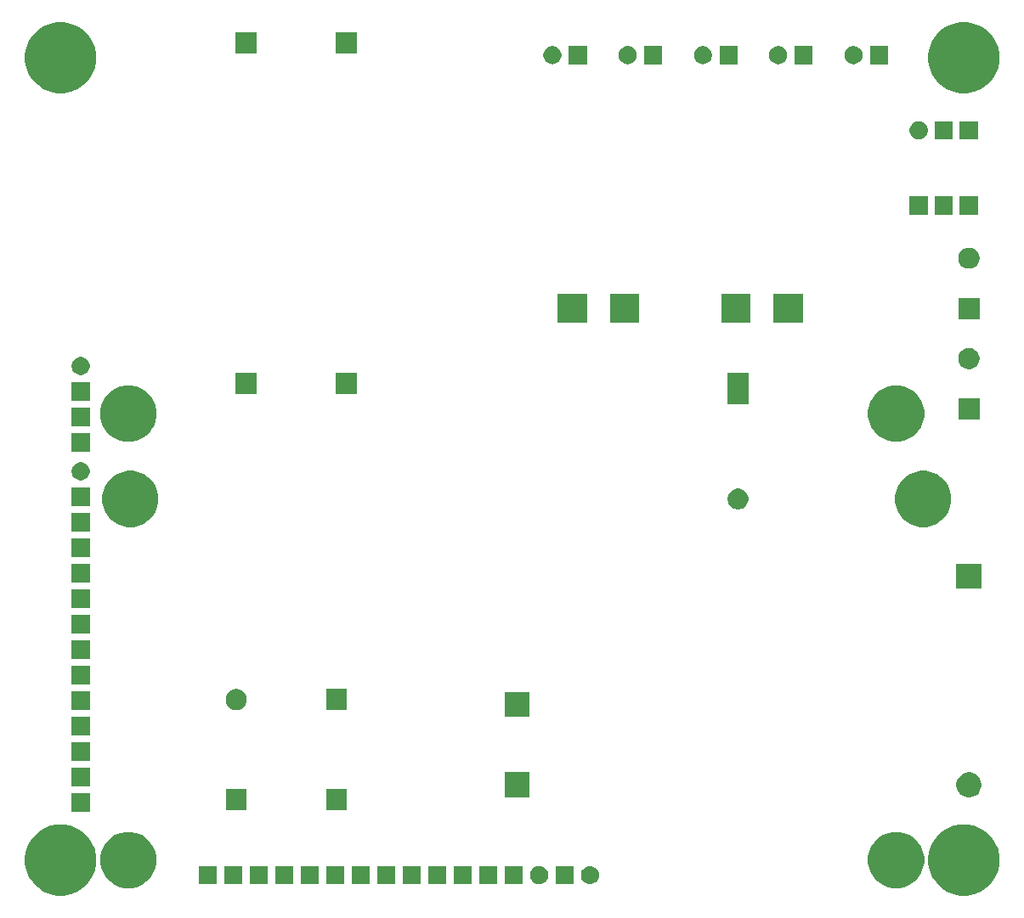
<source format=gbr>
G04 #@! TF.GenerationSoftware,KiCad,Pcbnew,(5.1.4)-1*
G04 #@! TF.CreationDate,2020-11-07T23:49:10+03:00*
G04 #@! TF.ProjectId,UAK_2,55414b5f-322e-46b6-9963-61645f706362,rev?*
G04 #@! TF.SameCoordinates,Original*
G04 #@! TF.FileFunction,Soldermask,Bot*
G04 #@! TF.FilePolarity,Negative*
%FSLAX46Y46*%
G04 Gerber Fmt 4.6, Leading zero omitted, Abs format (unit mm)*
G04 Created by KiCad (PCBNEW (5.1.4)-1) date 2020-11-07 23:49:10*
%MOMM*%
%LPD*%
G04 APERTURE LIST*
%ADD10C,0.100000*%
G04 APERTURE END LIST*
D10*
G36*
X171035787Y-131585462D02*
G01*
X171035790Y-131585463D01*
X171035789Y-131585463D01*
X171682029Y-131853144D01*
X172263631Y-132241758D01*
X172758242Y-132736369D01*
X173146856Y-133317971D01*
X173146856Y-133317972D01*
X173414538Y-133964213D01*
X173551000Y-134650256D01*
X173551000Y-135349744D01*
X173414538Y-136035787D01*
X173336135Y-136225068D01*
X173146856Y-136682029D01*
X172758242Y-137263631D01*
X172263631Y-137758242D01*
X171682029Y-138146856D01*
X171225068Y-138336135D01*
X171035787Y-138414538D01*
X170349744Y-138551000D01*
X169650256Y-138551000D01*
X168964213Y-138414538D01*
X168774932Y-138336135D01*
X168317971Y-138146856D01*
X167736369Y-137758242D01*
X167241758Y-137263631D01*
X166853144Y-136682029D01*
X166663865Y-136225068D01*
X166585462Y-136035787D01*
X166449000Y-135349744D01*
X166449000Y-134650256D01*
X166585462Y-133964213D01*
X166853144Y-133317972D01*
X166853144Y-133317971D01*
X167241758Y-132736369D01*
X167736369Y-132241758D01*
X168317971Y-131853144D01*
X168964211Y-131585463D01*
X168964210Y-131585463D01*
X168964213Y-131585462D01*
X169650256Y-131449000D01*
X170349744Y-131449000D01*
X171035787Y-131585462D01*
X171035787Y-131585462D01*
G37*
G36*
X81035787Y-131585462D02*
G01*
X81035790Y-131585463D01*
X81035789Y-131585463D01*
X81682029Y-131853144D01*
X82263631Y-132241758D01*
X82758242Y-132736369D01*
X83146856Y-133317971D01*
X83146856Y-133317972D01*
X83414538Y-133964213D01*
X83551000Y-134650256D01*
X83551000Y-135349744D01*
X83414538Y-136035787D01*
X83336135Y-136225068D01*
X83146856Y-136682029D01*
X82758242Y-137263631D01*
X82263631Y-137758242D01*
X81682029Y-138146856D01*
X81225068Y-138336135D01*
X81035787Y-138414538D01*
X80349744Y-138551000D01*
X79650256Y-138551000D01*
X78964213Y-138414538D01*
X78774932Y-138336135D01*
X78317971Y-138146856D01*
X77736369Y-137758242D01*
X77241758Y-137263631D01*
X76853144Y-136682029D01*
X76663865Y-136225068D01*
X76585462Y-136035787D01*
X76449000Y-135349744D01*
X76449000Y-134650256D01*
X76585462Y-133964213D01*
X76853144Y-133317972D01*
X76853144Y-133317971D01*
X77241758Y-132736369D01*
X77736369Y-132241758D01*
X78317971Y-131853144D01*
X78964211Y-131585463D01*
X78964210Y-131585463D01*
X78964213Y-131585462D01*
X79650256Y-131449000D01*
X80349744Y-131449000D01*
X81035787Y-131585462D01*
X81035787Y-131585462D01*
G37*
G36*
X87567021Y-132306640D02*
G01*
X88076769Y-132517785D01*
X88076771Y-132517786D01*
X88535534Y-132824321D01*
X88925679Y-133214466D01*
X88994839Y-133317972D01*
X89232215Y-133673231D01*
X89443360Y-134182979D01*
X89551000Y-134724124D01*
X89551000Y-135275876D01*
X89443360Y-135817021D01*
X89233621Y-136323375D01*
X89232214Y-136326771D01*
X88925679Y-136785534D01*
X88535534Y-137175679D01*
X88076771Y-137482214D01*
X88076770Y-137482215D01*
X88076769Y-137482215D01*
X87567021Y-137693360D01*
X87025876Y-137801000D01*
X86474124Y-137801000D01*
X85932979Y-137693360D01*
X85423231Y-137482215D01*
X85423230Y-137482215D01*
X85423229Y-137482214D01*
X84964466Y-137175679D01*
X84574321Y-136785534D01*
X84267786Y-136326771D01*
X84266379Y-136323375D01*
X84056640Y-135817021D01*
X83949000Y-135275876D01*
X83949000Y-134724124D01*
X84056640Y-134182979D01*
X84267785Y-133673231D01*
X84505161Y-133317972D01*
X84574321Y-133214466D01*
X84964466Y-132824321D01*
X85423229Y-132517786D01*
X85423231Y-132517785D01*
X85932979Y-132306640D01*
X86474124Y-132199000D01*
X87025876Y-132199000D01*
X87567021Y-132306640D01*
X87567021Y-132306640D01*
G37*
G36*
X164067021Y-132306640D02*
G01*
X164576769Y-132517785D01*
X164576771Y-132517786D01*
X165035534Y-132824321D01*
X165425679Y-133214466D01*
X165494839Y-133317972D01*
X165732215Y-133673231D01*
X165943360Y-134182979D01*
X166051000Y-134724124D01*
X166051000Y-135275876D01*
X165943360Y-135817021D01*
X165733621Y-136323375D01*
X165732214Y-136326771D01*
X165425679Y-136785534D01*
X165035534Y-137175679D01*
X164576771Y-137482214D01*
X164576770Y-137482215D01*
X164576769Y-137482215D01*
X164067021Y-137693360D01*
X163525876Y-137801000D01*
X162974124Y-137801000D01*
X162432979Y-137693360D01*
X161923231Y-137482215D01*
X161923230Y-137482215D01*
X161923229Y-137482214D01*
X161464466Y-137175679D01*
X161074321Y-136785534D01*
X160767786Y-136326771D01*
X160766379Y-136323375D01*
X160556640Y-135817021D01*
X160449000Y-135275876D01*
X160449000Y-134724124D01*
X160556640Y-134182979D01*
X160767785Y-133673231D01*
X161005161Y-133317972D01*
X161074321Y-133214466D01*
X161464466Y-132824321D01*
X161923229Y-132517786D01*
X161923231Y-132517785D01*
X162432979Y-132306640D01*
X162974124Y-132199000D01*
X163525876Y-132199000D01*
X164067021Y-132306640D01*
X164067021Y-132306640D01*
G37*
G36*
X95551000Y-137401000D02*
G01*
X93749000Y-137401000D01*
X93749000Y-135599000D01*
X95551000Y-135599000D01*
X95551000Y-137401000D01*
X95551000Y-137401000D01*
G37*
G36*
X131111000Y-137401000D02*
G01*
X129309000Y-137401000D01*
X129309000Y-135599000D01*
X131111000Y-135599000D01*
X131111000Y-137401000D01*
X131111000Y-137401000D01*
G37*
G36*
X127783512Y-135603927D02*
G01*
X127932812Y-135633624D01*
X128096784Y-135701544D01*
X128244354Y-135800147D01*
X128369853Y-135925646D01*
X128468456Y-136073216D01*
X128536376Y-136237188D01*
X128571000Y-136411259D01*
X128571000Y-136588741D01*
X128536376Y-136762812D01*
X128468456Y-136926784D01*
X128369853Y-137074354D01*
X128244354Y-137199853D01*
X128096784Y-137298456D01*
X127932812Y-137366376D01*
X127783512Y-137396073D01*
X127758742Y-137401000D01*
X127581258Y-137401000D01*
X127556488Y-137396073D01*
X127407188Y-137366376D01*
X127243216Y-137298456D01*
X127095646Y-137199853D01*
X126970147Y-137074354D01*
X126871544Y-136926784D01*
X126803624Y-136762812D01*
X126769000Y-136588741D01*
X126769000Y-136411259D01*
X126803624Y-136237188D01*
X126871544Y-136073216D01*
X126970147Y-135925646D01*
X127095646Y-135800147D01*
X127243216Y-135701544D01*
X127407188Y-135633624D01*
X127556488Y-135603927D01*
X127581258Y-135599000D01*
X127758742Y-135599000D01*
X127783512Y-135603927D01*
X127783512Y-135603927D01*
G37*
G36*
X126031000Y-137401000D02*
G01*
X124229000Y-137401000D01*
X124229000Y-135599000D01*
X126031000Y-135599000D01*
X126031000Y-137401000D01*
X126031000Y-137401000D01*
G37*
G36*
X123491000Y-137401000D02*
G01*
X121689000Y-137401000D01*
X121689000Y-135599000D01*
X123491000Y-135599000D01*
X123491000Y-137401000D01*
X123491000Y-137401000D01*
G37*
G36*
X120951000Y-137401000D02*
G01*
X119149000Y-137401000D01*
X119149000Y-135599000D01*
X120951000Y-135599000D01*
X120951000Y-137401000D01*
X120951000Y-137401000D01*
G37*
G36*
X118411000Y-137401000D02*
G01*
X116609000Y-137401000D01*
X116609000Y-135599000D01*
X118411000Y-135599000D01*
X118411000Y-137401000D01*
X118411000Y-137401000D01*
G37*
G36*
X115871000Y-137401000D02*
G01*
X114069000Y-137401000D01*
X114069000Y-135599000D01*
X115871000Y-135599000D01*
X115871000Y-137401000D01*
X115871000Y-137401000D01*
G37*
G36*
X132860442Y-135605518D02*
G01*
X132926627Y-135612037D01*
X133096466Y-135663557D01*
X133252991Y-135747222D01*
X133288729Y-135776552D01*
X133390186Y-135859814D01*
X133473448Y-135961271D01*
X133502778Y-135997009D01*
X133586443Y-136153534D01*
X133637963Y-136323373D01*
X133655359Y-136500000D01*
X133637963Y-136676627D01*
X133586443Y-136846466D01*
X133502778Y-137002991D01*
X133473448Y-137038729D01*
X133390186Y-137140186D01*
X133317480Y-137199853D01*
X133252991Y-137252778D01*
X133096466Y-137336443D01*
X132926627Y-137387963D01*
X132860443Y-137394481D01*
X132794260Y-137401000D01*
X132705740Y-137401000D01*
X132639557Y-137394481D01*
X132573373Y-137387963D01*
X132403534Y-137336443D01*
X132247009Y-137252778D01*
X132182520Y-137199853D01*
X132109814Y-137140186D01*
X132026552Y-137038729D01*
X131997222Y-137002991D01*
X131913557Y-136846466D01*
X131862037Y-136676627D01*
X131844641Y-136500000D01*
X131862037Y-136323373D01*
X131913557Y-136153534D01*
X131997222Y-135997009D01*
X132026552Y-135961271D01*
X132109814Y-135859814D01*
X132211271Y-135776552D01*
X132247009Y-135747222D01*
X132403534Y-135663557D01*
X132573373Y-135612037D01*
X132639558Y-135605518D01*
X132705740Y-135599000D01*
X132794260Y-135599000D01*
X132860442Y-135605518D01*
X132860442Y-135605518D01*
G37*
G36*
X110791000Y-137401000D02*
G01*
X108989000Y-137401000D01*
X108989000Y-135599000D01*
X110791000Y-135599000D01*
X110791000Y-137401000D01*
X110791000Y-137401000D01*
G37*
G36*
X108251000Y-137401000D02*
G01*
X106449000Y-137401000D01*
X106449000Y-135599000D01*
X108251000Y-135599000D01*
X108251000Y-137401000D01*
X108251000Y-137401000D01*
G37*
G36*
X105711000Y-137401000D02*
G01*
X103909000Y-137401000D01*
X103909000Y-135599000D01*
X105711000Y-135599000D01*
X105711000Y-137401000D01*
X105711000Y-137401000D01*
G37*
G36*
X103171000Y-137401000D02*
G01*
X101369000Y-137401000D01*
X101369000Y-135599000D01*
X103171000Y-135599000D01*
X103171000Y-137401000D01*
X103171000Y-137401000D01*
G37*
G36*
X100631000Y-137401000D02*
G01*
X98829000Y-137401000D01*
X98829000Y-135599000D01*
X100631000Y-135599000D01*
X100631000Y-137401000D01*
X100631000Y-137401000D01*
G37*
G36*
X98091000Y-137401000D02*
G01*
X96289000Y-137401000D01*
X96289000Y-135599000D01*
X98091000Y-135599000D01*
X98091000Y-137401000D01*
X98091000Y-137401000D01*
G37*
G36*
X113331000Y-137401000D02*
G01*
X111529000Y-137401000D01*
X111529000Y-135599000D01*
X113331000Y-135599000D01*
X113331000Y-137401000D01*
X113331000Y-137401000D01*
G37*
G36*
X82901000Y-130171000D02*
G01*
X81099000Y-130171000D01*
X81099000Y-128369000D01*
X82901000Y-128369000D01*
X82901000Y-130171000D01*
X82901000Y-130171000D01*
G37*
G36*
X108551000Y-130051000D02*
G01*
X106449000Y-130051000D01*
X106449000Y-127949000D01*
X108551000Y-127949000D01*
X108551000Y-130051000D01*
X108551000Y-130051000D01*
G37*
G36*
X98551000Y-130051000D02*
G01*
X96449000Y-130051000D01*
X96449000Y-127949000D01*
X98551000Y-127949000D01*
X98551000Y-130051000D01*
X98551000Y-130051000D01*
G37*
G36*
X170864903Y-126297075D02*
G01*
X171092571Y-126391378D01*
X171297466Y-126528285D01*
X171471715Y-126702534D01*
X171608622Y-126907429D01*
X171702925Y-127135097D01*
X171751000Y-127376787D01*
X171751000Y-127623213D01*
X171702925Y-127864903D01*
X171608622Y-128092571D01*
X171471715Y-128297466D01*
X171297466Y-128471715D01*
X171092571Y-128608622D01*
X171092570Y-128608623D01*
X171092569Y-128608623D01*
X170864903Y-128702925D01*
X170623214Y-128751000D01*
X170376786Y-128751000D01*
X170135097Y-128702925D01*
X169907431Y-128608623D01*
X169907430Y-128608623D01*
X169907429Y-128608622D01*
X169702534Y-128471715D01*
X169528285Y-128297466D01*
X169391378Y-128092571D01*
X169297075Y-127864903D01*
X169249000Y-127623213D01*
X169249000Y-127376787D01*
X169297075Y-127135097D01*
X169391378Y-126907429D01*
X169528285Y-126702534D01*
X169702534Y-126528285D01*
X169907429Y-126391378D01*
X170135097Y-126297075D01*
X170376786Y-126249000D01*
X170623214Y-126249000D01*
X170864903Y-126297075D01*
X170864903Y-126297075D01*
G37*
G36*
X126751000Y-128751000D02*
G01*
X124249000Y-128751000D01*
X124249000Y-126249000D01*
X126751000Y-126249000D01*
X126751000Y-128751000D01*
X126751000Y-128751000D01*
G37*
G36*
X82901000Y-127631000D02*
G01*
X81099000Y-127631000D01*
X81099000Y-125829000D01*
X82901000Y-125829000D01*
X82901000Y-127631000D01*
X82901000Y-127631000D01*
G37*
G36*
X82901000Y-125091000D02*
G01*
X81099000Y-125091000D01*
X81099000Y-123289000D01*
X82901000Y-123289000D01*
X82901000Y-125091000D01*
X82901000Y-125091000D01*
G37*
G36*
X82901000Y-122551000D02*
G01*
X81099000Y-122551000D01*
X81099000Y-120749000D01*
X82901000Y-120749000D01*
X82901000Y-122551000D01*
X82901000Y-122551000D01*
G37*
G36*
X126751000Y-120751000D02*
G01*
X124249000Y-120751000D01*
X124249000Y-118249000D01*
X126751000Y-118249000D01*
X126751000Y-120751000D01*
X126751000Y-120751000D01*
G37*
G36*
X97806564Y-117989389D02*
G01*
X97997833Y-118068615D01*
X97997835Y-118068616D01*
X98169973Y-118183635D01*
X98316365Y-118330027D01*
X98431385Y-118502167D01*
X98510611Y-118693436D01*
X98551000Y-118896484D01*
X98551000Y-119103516D01*
X98510611Y-119306564D01*
X98431385Y-119497833D01*
X98431384Y-119497835D01*
X98316365Y-119669973D01*
X98169973Y-119816365D01*
X97997835Y-119931384D01*
X97997834Y-119931385D01*
X97997833Y-119931385D01*
X97806564Y-120010611D01*
X97603516Y-120051000D01*
X97396484Y-120051000D01*
X97193436Y-120010611D01*
X97002167Y-119931385D01*
X97002166Y-119931385D01*
X97002165Y-119931384D01*
X96830027Y-119816365D01*
X96683635Y-119669973D01*
X96568616Y-119497835D01*
X96568615Y-119497833D01*
X96489389Y-119306564D01*
X96449000Y-119103516D01*
X96449000Y-118896484D01*
X96489389Y-118693436D01*
X96568615Y-118502167D01*
X96683635Y-118330027D01*
X96830027Y-118183635D01*
X97002165Y-118068616D01*
X97002167Y-118068615D01*
X97193436Y-117989389D01*
X97396484Y-117949000D01*
X97603516Y-117949000D01*
X97806564Y-117989389D01*
X97806564Y-117989389D01*
G37*
G36*
X108551000Y-120051000D02*
G01*
X106449000Y-120051000D01*
X106449000Y-117949000D01*
X108551000Y-117949000D01*
X108551000Y-120051000D01*
X108551000Y-120051000D01*
G37*
G36*
X82901000Y-120011000D02*
G01*
X81099000Y-120011000D01*
X81099000Y-118209000D01*
X82901000Y-118209000D01*
X82901000Y-120011000D01*
X82901000Y-120011000D01*
G37*
G36*
X82901000Y-117471000D02*
G01*
X81099000Y-117471000D01*
X81099000Y-115669000D01*
X82901000Y-115669000D01*
X82901000Y-117471000D01*
X82901000Y-117471000D01*
G37*
G36*
X82901000Y-114931000D02*
G01*
X81099000Y-114931000D01*
X81099000Y-113129000D01*
X82901000Y-113129000D01*
X82901000Y-114931000D01*
X82901000Y-114931000D01*
G37*
G36*
X82901000Y-112391000D02*
G01*
X81099000Y-112391000D01*
X81099000Y-110589000D01*
X82901000Y-110589000D01*
X82901000Y-112391000D01*
X82901000Y-112391000D01*
G37*
G36*
X82901000Y-109851000D02*
G01*
X81099000Y-109851000D01*
X81099000Y-108049000D01*
X82901000Y-108049000D01*
X82901000Y-109851000D01*
X82901000Y-109851000D01*
G37*
G36*
X171751000Y-107951000D02*
G01*
X169249000Y-107951000D01*
X169249000Y-105449000D01*
X171751000Y-105449000D01*
X171751000Y-107951000D01*
X171751000Y-107951000D01*
G37*
G36*
X82901000Y-107311000D02*
G01*
X81099000Y-107311000D01*
X81099000Y-105509000D01*
X82901000Y-105509000D01*
X82901000Y-107311000D01*
X82901000Y-107311000D01*
G37*
G36*
X82901000Y-104771000D02*
G01*
X81099000Y-104771000D01*
X81099000Y-102969000D01*
X82901000Y-102969000D01*
X82901000Y-104771000D01*
X82901000Y-104771000D01*
G37*
G36*
X82901000Y-102231000D02*
G01*
X81099000Y-102231000D01*
X81099000Y-100429000D01*
X82901000Y-100429000D01*
X82901000Y-102231000D01*
X82901000Y-102231000D01*
G37*
G36*
X87767021Y-96306640D02*
G01*
X88264763Y-96512812D01*
X88276771Y-96517786D01*
X88735534Y-96824321D01*
X89125679Y-97214466D01*
X89432214Y-97673229D01*
X89432215Y-97673231D01*
X89643360Y-98182979D01*
X89751000Y-98724124D01*
X89751000Y-99275876D01*
X89643360Y-99817021D01*
X89432215Y-100326769D01*
X89432214Y-100326771D01*
X89125679Y-100785534D01*
X88735534Y-101175679D01*
X88276771Y-101482214D01*
X88276770Y-101482215D01*
X88276769Y-101482215D01*
X87767021Y-101693360D01*
X87225876Y-101801000D01*
X86674124Y-101801000D01*
X86132979Y-101693360D01*
X85623231Y-101482215D01*
X85623230Y-101482215D01*
X85623229Y-101482214D01*
X85164466Y-101175679D01*
X84774321Y-100785534D01*
X84467786Y-100326771D01*
X84467785Y-100326769D01*
X84256640Y-99817021D01*
X84149000Y-99275876D01*
X84149000Y-98724124D01*
X84256640Y-98182979D01*
X84467785Y-97673231D01*
X84467786Y-97673229D01*
X84774321Y-97214466D01*
X85164466Y-96824321D01*
X85623229Y-96517786D01*
X85635237Y-96512812D01*
X86132979Y-96306640D01*
X86674124Y-96199000D01*
X87225876Y-96199000D01*
X87767021Y-96306640D01*
X87767021Y-96306640D01*
G37*
G36*
X166767021Y-96306640D02*
G01*
X167264763Y-96512812D01*
X167276771Y-96517786D01*
X167735534Y-96824321D01*
X168125679Y-97214466D01*
X168432214Y-97673229D01*
X168432215Y-97673231D01*
X168643360Y-98182979D01*
X168751000Y-98724124D01*
X168751000Y-99275876D01*
X168643360Y-99817021D01*
X168432215Y-100326769D01*
X168432214Y-100326771D01*
X168125679Y-100785534D01*
X167735534Y-101175679D01*
X167276771Y-101482214D01*
X167276770Y-101482215D01*
X167276769Y-101482215D01*
X166767021Y-101693360D01*
X166225876Y-101801000D01*
X165674124Y-101801000D01*
X165132979Y-101693360D01*
X164623231Y-101482215D01*
X164623230Y-101482215D01*
X164623229Y-101482214D01*
X164164466Y-101175679D01*
X163774321Y-100785534D01*
X163467786Y-100326771D01*
X163467785Y-100326769D01*
X163256640Y-99817021D01*
X163149000Y-99275876D01*
X163149000Y-98724124D01*
X163256640Y-98182979D01*
X163467785Y-97673231D01*
X163467786Y-97673229D01*
X163774321Y-97214466D01*
X164164466Y-96824321D01*
X164623229Y-96517786D01*
X164635237Y-96512812D01*
X165132979Y-96306640D01*
X165674124Y-96199000D01*
X166225876Y-96199000D01*
X166767021Y-96306640D01*
X166767021Y-96306640D01*
G37*
G36*
X147806564Y-97989389D02*
G01*
X147997833Y-98068615D01*
X147997835Y-98068616D01*
X148168990Y-98182978D01*
X148169973Y-98183635D01*
X148316365Y-98330027D01*
X148431385Y-98502167D01*
X148510611Y-98693436D01*
X148551000Y-98896484D01*
X148551000Y-99103516D01*
X148510611Y-99306564D01*
X148431385Y-99497833D01*
X148431384Y-99497835D01*
X148316365Y-99669973D01*
X148169973Y-99816365D01*
X147997835Y-99931384D01*
X147997834Y-99931385D01*
X147997833Y-99931385D01*
X147806564Y-100010611D01*
X147603516Y-100051000D01*
X147396484Y-100051000D01*
X147193436Y-100010611D01*
X147002167Y-99931385D01*
X147002166Y-99931385D01*
X147002165Y-99931384D01*
X146830027Y-99816365D01*
X146683635Y-99669973D01*
X146568616Y-99497835D01*
X146568615Y-99497833D01*
X146489389Y-99306564D01*
X146449000Y-99103516D01*
X146449000Y-98896484D01*
X146489389Y-98693436D01*
X146568615Y-98502167D01*
X146683635Y-98330027D01*
X146830027Y-98183635D01*
X146831010Y-98182978D01*
X147002165Y-98068616D01*
X147002167Y-98068615D01*
X147193436Y-97989389D01*
X147396484Y-97949000D01*
X147603516Y-97949000D01*
X147806564Y-97989389D01*
X147806564Y-97989389D01*
G37*
G36*
X82901000Y-99691000D02*
G01*
X81099000Y-99691000D01*
X81099000Y-97889000D01*
X82901000Y-97889000D01*
X82901000Y-99691000D01*
X82901000Y-99691000D01*
G37*
G36*
X82113512Y-95353927D02*
G01*
X82262812Y-95383624D01*
X82426784Y-95451544D01*
X82574354Y-95550147D01*
X82699853Y-95675646D01*
X82798456Y-95823216D01*
X82866376Y-95987188D01*
X82901000Y-96161259D01*
X82901000Y-96338741D01*
X82866376Y-96512812D01*
X82798456Y-96676784D01*
X82699853Y-96824354D01*
X82574354Y-96949853D01*
X82426784Y-97048456D01*
X82262812Y-97116376D01*
X82113512Y-97146073D01*
X82088742Y-97151000D01*
X81911258Y-97151000D01*
X81886488Y-97146073D01*
X81737188Y-97116376D01*
X81573216Y-97048456D01*
X81425646Y-96949853D01*
X81300147Y-96824354D01*
X81201544Y-96676784D01*
X81133624Y-96512812D01*
X81099000Y-96338741D01*
X81099000Y-96161259D01*
X81133624Y-95987188D01*
X81201544Y-95823216D01*
X81300147Y-95675646D01*
X81425646Y-95550147D01*
X81573216Y-95451544D01*
X81737188Y-95383624D01*
X81886488Y-95353927D01*
X81911258Y-95349000D01*
X82088742Y-95349000D01*
X82113512Y-95353927D01*
X82113512Y-95353927D01*
G37*
G36*
X82901000Y-94271000D02*
G01*
X81099000Y-94271000D01*
X81099000Y-92469000D01*
X82901000Y-92469000D01*
X82901000Y-94271000D01*
X82901000Y-94271000D01*
G37*
G36*
X164067021Y-87806640D02*
G01*
X164576769Y-88017785D01*
X164576771Y-88017786D01*
X165035534Y-88324321D01*
X165425679Y-88714466D01*
X165582389Y-88949000D01*
X165732215Y-89173231D01*
X165943360Y-89682979D01*
X166051000Y-90224124D01*
X166051000Y-90775876D01*
X165943360Y-91317021D01*
X165771884Y-91731000D01*
X165732214Y-91826771D01*
X165425679Y-92285534D01*
X165035534Y-92675679D01*
X164576771Y-92982214D01*
X164576770Y-92982215D01*
X164576769Y-92982215D01*
X164067021Y-93193360D01*
X163525876Y-93301000D01*
X162974124Y-93301000D01*
X162432979Y-93193360D01*
X161923231Y-92982215D01*
X161923230Y-92982215D01*
X161923229Y-92982214D01*
X161464466Y-92675679D01*
X161074321Y-92285534D01*
X160767786Y-91826771D01*
X160728116Y-91731000D01*
X160556640Y-91317021D01*
X160449000Y-90775876D01*
X160449000Y-90224124D01*
X160556640Y-89682979D01*
X160767785Y-89173231D01*
X160917611Y-88949000D01*
X161074321Y-88714466D01*
X161464466Y-88324321D01*
X161923229Y-88017786D01*
X161923231Y-88017785D01*
X162432979Y-87806640D01*
X162974124Y-87699000D01*
X163525876Y-87699000D01*
X164067021Y-87806640D01*
X164067021Y-87806640D01*
G37*
G36*
X87567021Y-87806640D02*
G01*
X88076769Y-88017785D01*
X88076771Y-88017786D01*
X88535534Y-88324321D01*
X88925679Y-88714466D01*
X89082389Y-88949000D01*
X89232215Y-89173231D01*
X89443360Y-89682979D01*
X89551000Y-90224124D01*
X89551000Y-90775876D01*
X89443360Y-91317021D01*
X89271884Y-91731000D01*
X89232214Y-91826771D01*
X88925679Y-92285534D01*
X88535534Y-92675679D01*
X88076771Y-92982214D01*
X88076770Y-92982215D01*
X88076769Y-92982215D01*
X87567021Y-93193360D01*
X87025876Y-93301000D01*
X86474124Y-93301000D01*
X85932979Y-93193360D01*
X85423231Y-92982215D01*
X85423230Y-92982215D01*
X85423229Y-92982214D01*
X84964466Y-92675679D01*
X84574321Y-92285534D01*
X84267786Y-91826771D01*
X84228116Y-91731000D01*
X84056640Y-91317021D01*
X83949000Y-90775876D01*
X83949000Y-90224124D01*
X84056640Y-89682979D01*
X84267785Y-89173231D01*
X84417611Y-88949000D01*
X84574321Y-88714466D01*
X84964466Y-88324321D01*
X85423229Y-88017786D01*
X85423231Y-88017785D01*
X85932979Y-87806640D01*
X86474124Y-87699000D01*
X87025876Y-87699000D01*
X87567021Y-87806640D01*
X87567021Y-87806640D01*
G37*
G36*
X82901000Y-91731000D02*
G01*
X81099000Y-91731000D01*
X81099000Y-89929000D01*
X82901000Y-89929000D01*
X82901000Y-91731000D01*
X82901000Y-91731000D01*
G37*
G36*
X171551000Y-91051000D02*
G01*
X169449000Y-91051000D01*
X169449000Y-88949000D01*
X171551000Y-88949000D01*
X171551000Y-91051000D01*
X171551000Y-91051000D01*
G37*
G36*
X148551000Y-89551000D02*
G01*
X146449000Y-89551000D01*
X146449000Y-86449000D01*
X148551000Y-86449000D01*
X148551000Y-89551000D01*
X148551000Y-89551000D01*
G37*
G36*
X82901000Y-89191000D02*
G01*
X81099000Y-89191000D01*
X81099000Y-87389000D01*
X82901000Y-87389000D01*
X82901000Y-89191000D01*
X82901000Y-89191000D01*
G37*
G36*
X109551000Y-88551000D02*
G01*
X107449000Y-88551000D01*
X107449000Y-86449000D01*
X109551000Y-86449000D01*
X109551000Y-88551000D01*
X109551000Y-88551000D01*
G37*
G36*
X99551000Y-88551000D02*
G01*
X97449000Y-88551000D01*
X97449000Y-86449000D01*
X99551000Y-86449000D01*
X99551000Y-88551000D01*
X99551000Y-88551000D01*
G37*
G36*
X82113512Y-84853927D02*
G01*
X82262812Y-84883624D01*
X82426784Y-84951544D01*
X82574354Y-85050147D01*
X82699853Y-85175646D01*
X82798456Y-85323216D01*
X82866376Y-85487188D01*
X82901000Y-85661259D01*
X82901000Y-85838741D01*
X82866376Y-86012812D01*
X82798456Y-86176784D01*
X82699853Y-86324354D01*
X82574354Y-86449853D01*
X82426784Y-86548456D01*
X82262812Y-86616376D01*
X82113512Y-86646073D01*
X82088742Y-86651000D01*
X81911258Y-86651000D01*
X81886488Y-86646073D01*
X81737188Y-86616376D01*
X81573216Y-86548456D01*
X81425646Y-86449853D01*
X81300147Y-86324354D01*
X81201544Y-86176784D01*
X81133624Y-86012812D01*
X81099000Y-85838741D01*
X81099000Y-85661259D01*
X81133624Y-85487188D01*
X81201544Y-85323216D01*
X81300147Y-85175646D01*
X81425646Y-85050147D01*
X81573216Y-84951544D01*
X81737188Y-84883624D01*
X81886488Y-84853927D01*
X81911258Y-84849000D01*
X82088742Y-84849000D01*
X82113512Y-84853927D01*
X82113512Y-84853927D01*
G37*
G36*
X170806564Y-83989389D02*
G01*
X170997833Y-84068615D01*
X170997835Y-84068616D01*
X171169973Y-84183635D01*
X171316365Y-84330027D01*
X171431385Y-84502167D01*
X171510611Y-84693436D01*
X171551000Y-84896484D01*
X171551000Y-85103516D01*
X171510611Y-85306564D01*
X171435794Y-85487188D01*
X171431384Y-85497835D01*
X171316365Y-85669973D01*
X171169973Y-85816365D01*
X170997835Y-85931384D01*
X170997834Y-85931385D01*
X170997833Y-85931385D01*
X170806564Y-86010611D01*
X170603516Y-86051000D01*
X170396484Y-86051000D01*
X170193436Y-86010611D01*
X170002167Y-85931385D01*
X170002166Y-85931385D01*
X170002165Y-85931384D01*
X169830027Y-85816365D01*
X169683635Y-85669973D01*
X169568616Y-85497835D01*
X169564206Y-85487188D01*
X169489389Y-85306564D01*
X169449000Y-85103516D01*
X169449000Y-84896484D01*
X169489389Y-84693436D01*
X169568615Y-84502167D01*
X169683635Y-84330027D01*
X169830027Y-84183635D01*
X170002165Y-84068616D01*
X170002167Y-84068615D01*
X170193436Y-83989389D01*
X170396484Y-83949000D01*
X170603516Y-83949000D01*
X170806564Y-83989389D01*
X170806564Y-83989389D01*
G37*
G36*
X132451000Y-81451000D02*
G01*
X129549000Y-81451000D01*
X129549000Y-78549000D01*
X132451000Y-78549000D01*
X132451000Y-81451000D01*
X132451000Y-81451000D01*
G37*
G36*
X137651000Y-81451000D02*
G01*
X134749000Y-81451000D01*
X134749000Y-78549000D01*
X137651000Y-78549000D01*
X137651000Y-81451000D01*
X137651000Y-81451000D01*
G37*
G36*
X153951000Y-81451000D02*
G01*
X151049000Y-81451000D01*
X151049000Y-78549000D01*
X153951000Y-78549000D01*
X153951000Y-81451000D01*
X153951000Y-81451000D01*
G37*
G36*
X148751000Y-81451000D02*
G01*
X145849000Y-81451000D01*
X145849000Y-78549000D01*
X148751000Y-78549000D01*
X148751000Y-81451000D01*
X148751000Y-81451000D01*
G37*
G36*
X171551000Y-81051000D02*
G01*
X169449000Y-81051000D01*
X169449000Y-78949000D01*
X171551000Y-78949000D01*
X171551000Y-81051000D01*
X171551000Y-81051000D01*
G37*
G36*
X170806564Y-73989389D02*
G01*
X170997833Y-74068615D01*
X170997835Y-74068616D01*
X171169973Y-74183635D01*
X171316365Y-74330027D01*
X171431385Y-74502167D01*
X171510611Y-74693436D01*
X171551000Y-74896484D01*
X171551000Y-75103516D01*
X171510611Y-75306564D01*
X171431385Y-75497833D01*
X171431384Y-75497835D01*
X171316365Y-75669973D01*
X171169973Y-75816365D01*
X170997835Y-75931384D01*
X170997834Y-75931385D01*
X170997833Y-75931385D01*
X170806564Y-76010611D01*
X170603516Y-76051000D01*
X170396484Y-76051000D01*
X170193436Y-76010611D01*
X170002167Y-75931385D01*
X170002166Y-75931385D01*
X170002165Y-75931384D01*
X169830027Y-75816365D01*
X169683635Y-75669973D01*
X169568616Y-75497835D01*
X169568615Y-75497833D01*
X169489389Y-75306564D01*
X169449000Y-75103516D01*
X169449000Y-74896484D01*
X169489389Y-74693436D01*
X169568615Y-74502167D01*
X169683635Y-74330027D01*
X169830027Y-74183635D01*
X170002165Y-74068616D01*
X170002167Y-74068615D01*
X170193436Y-73989389D01*
X170396484Y-73949000D01*
X170603516Y-73949000D01*
X170806564Y-73989389D01*
X170806564Y-73989389D01*
G37*
G36*
X168901000Y-70651000D02*
G01*
X167099000Y-70651000D01*
X167099000Y-68849000D01*
X168901000Y-68849000D01*
X168901000Y-70651000D01*
X168901000Y-70651000D01*
G37*
G36*
X166401000Y-70651000D02*
G01*
X164599000Y-70651000D01*
X164599000Y-68849000D01*
X166401000Y-68849000D01*
X166401000Y-70651000D01*
X166401000Y-70651000D01*
G37*
G36*
X171401000Y-70651000D02*
G01*
X169599000Y-70651000D01*
X169599000Y-68849000D01*
X171401000Y-68849000D01*
X171401000Y-70651000D01*
X171401000Y-70651000D01*
G37*
G36*
X168901000Y-63151000D02*
G01*
X167099000Y-63151000D01*
X167099000Y-61349000D01*
X168901000Y-61349000D01*
X168901000Y-63151000D01*
X168901000Y-63151000D01*
G37*
G36*
X171401000Y-63151000D02*
G01*
X169599000Y-63151000D01*
X169599000Y-61349000D01*
X171401000Y-61349000D01*
X171401000Y-63151000D01*
X171401000Y-63151000D01*
G37*
G36*
X165613512Y-61353927D02*
G01*
X165762812Y-61383624D01*
X165926784Y-61451544D01*
X166074354Y-61550147D01*
X166199853Y-61675646D01*
X166298456Y-61823216D01*
X166366376Y-61987188D01*
X166401000Y-62161259D01*
X166401000Y-62338741D01*
X166366376Y-62512812D01*
X166298456Y-62676784D01*
X166199853Y-62824354D01*
X166074354Y-62949853D01*
X165926784Y-63048456D01*
X165762812Y-63116376D01*
X165613512Y-63146073D01*
X165588742Y-63151000D01*
X165411258Y-63151000D01*
X165386488Y-63146073D01*
X165237188Y-63116376D01*
X165073216Y-63048456D01*
X164925646Y-62949853D01*
X164800147Y-62824354D01*
X164701544Y-62676784D01*
X164633624Y-62512812D01*
X164599000Y-62338741D01*
X164599000Y-62161259D01*
X164633624Y-61987188D01*
X164701544Y-61823216D01*
X164800147Y-61675646D01*
X164925646Y-61550147D01*
X165073216Y-61451544D01*
X165237188Y-61383624D01*
X165386488Y-61353927D01*
X165411258Y-61349000D01*
X165588742Y-61349000D01*
X165613512Y-61353927D01*
X165613512Y-61353927D01*
G37*
G36*
X81035787Y-51585462D02*
G01*
X81035790Y-51585463D01*
X81035789Y-51585463D01*
X81682029Y-51853144D01*
X82263631Y-52241758D01*
X82758242Y-52736369D01*
X83146856Y-53317971D01*
X83146856Y-53317972D01*
X83414538Y-53964213D01*
X83551000Y-54650256D01*
X83551000Y-55349744D01*
X83414538Y-56035787D01*
X83414537Y-56035789D01*
X83146856Y-56682029D01*
X82758242Y-57263631D01*
X82263631Y-57758242D01*
X81682029Y-58146856D01*
X81225068Y-58336135D01*
X81035787Y-58414538D01*
X80349744Y-58551000D01*
X79650256Y-58551000D01*
X78964213Y-58414538D01*
X78774932Y-58336135D01*
X78317971Y-58146856D01*
X77736369Y-57758242D01*
X77241758Y-57263631D01*
X76853144Y-56682029D01*
X76585463Y-56035789D01*
X76585462Y-56035787D01*
X76449000Y-55349744D01*
X76449000Y-54650256D01*
X76585462Y-53964213D01*
X76853144Y-53317972D01*
X76853144Y-53317971D01*
X77241758Y-52736369D01*
X77736369Y-52241758D01*
X78317971Y-51853144D01*
X78964211Y-51585463D01*
X78964210Y-51585463D01*
X78964213Y-51585462D01*
X79650256Y-51449000D01*
X80349744Y-51449000D01*
X81035787Y-51585462D01*
X81035787Y-51585462D01*
G37*
G36*
X171035787Y-51585462D02*
G01*
X171035790Y-51585463D01*
X171035789Y-51585463D01*
X171682029Y-51853144D01*
X172263631Y-52241758D01*
X172758242Y-52736369D01*
X173146856Y-53317971D01*
X173146856Y-53317972D01*
X173414538Y-53964213D01*
X173551000Y-54650256D01*
X173551000Y-55349744D01*
X173414538Y-56035787D01*
X173414537Y-56035789D01*
X173146856Y-56682029D01*
X172758242Y-57263631D01*
X172263631Y-57758242D01*
X171682029Y-58146856D01*
X171225068Y-58336135D01*
X171035787Y-58414538D01*
X170349744Y-58551000D01*
X169650256Y-58551000D01*
X168964213Y-58414538D01*
X168774932Y-58336135D01*
X168317971Y-58146856D01*
X167736369Y-57758242D01*
X167241758Y-57263631D01*
X166853144Y-56682029D01*
X166585463Y-56035789D01*
X166585462Y-56035787D01*
X166449000Y-55349744D01*
X166449000Y-54650256D01*
X166585462Y-53964213D01*
X166853144Y-53317972D01*
X166853144Y-53317971D01*
X167241758Y-52736369D01*
X167736369Y-52241758D01*
X168317971Y-51853144D01*
X168964211Y-51585463D01*
X168964210Y-51585463D01*
X168964213Y-51585462D01*
X169650256Y-51449000D01*
X170349744Y-51449000D01*
X171035787Y-51585462D01*
X171035787Y-51585462D01*
G37*
G36*
X147441000Y-55651000D02*
G01*
X145639000Y-55651000D01*
X145639000Y-53849000D01*
X147441000Y-53849000D01*
X147441000Y-55651000D01*
X147441000Y-55651000D01*
G37*
G36*
X162441000Y-55651000D02*
G01*
X160639000Y-55651000D01*
X160639000Y-53849000D01*
X162441000Y-53849000D01*
X162441000Y-55651000D01*
X162441000Y-55651000D01*
G37*
G36*
X159113512Y-53853927D02*
G01*
X159262812Y-53883624D01*
X159426784Y-53951544D01*
X159574354Y-54050147D01*
X159699853Y-54175646D01*
X159798456Y-54323216D01*
X159866376Y-54487188D01*
X159896073Y-54636488D01*
X159898812Y-54650256D01*
X159901000Y-54661259D01*
X159901000Y-54838741D01*
X159866376Y-55012812D01*
X159798456Y-55176784D01*
X159699853Y-55324354D01*
X159574354Y-55449853D01*
X159426784Y-55548456D01*
X159262812Y-55616376D01*
X159113512Y-55646073D01*
X159088742Y-55651000D01*
X158911258Y-55651000D01*
X158886488Y-55646073D01*
X158737188Y-55616376D01*
X158573216Y-55548456D01*
X158425646Y-55449853D01*
X158300147Y-55324354D01*
X158201544Y-55176784D01*
X158133624Y-55012812D01*
X158099000Y-54838741D01*
X158099000Y-54661259D01*
X158101189Y-54650256D01*
X158103927Y-54636488D01*
X158133624Y-54487188D01*
X158201544Y-54323216D01*
X158300147Y-54175646D01*
X158425646Y-54050147D01*
X158573216Y-53951544D01*
X158737188Y-53883624D01*
X158886488Y-53853927D01*
X158911258Y-53849000D01*
X159088742Y-53849000D01*
X159113512Y-53853927D01*
X159113512Y-53853927D01*
G37*
G36*
X154941000Y-55651000D02*
G01*
X153139000Y-55651000D01*
X153139000Y-53849000D01*
X154941000Y-53849000D01*
X154941000Y-55651000D01*
X154941000Y-55651000D01*
G37*
G36*
X151613512Y-53853927D02*
G01*
X151762812Y-53883624D01*
X151926784Y-53951544D01*
X152074354Y-54050147D01*
X152199853Y-54175646D01*
X152298456Y-54323216D01*
X152366376Y-54487188D01*
X152396073Y-54636488D01*
X152398812Y-54650256D01*
X152401000Y-54661259D01*
X152401000Y-54838741D01*
X152366376Y-55012812D01*
X152298456Y-55176784D01*
X152199853Y-55324354D01*
X152074354Y-55449853D01*
X151926784Y-55548456D01*
X151762812Y-55616376D01*
X151613512Y-55646073D01*
X151588742Y-55651000D01*
X151411258Y-55651000D01*
X151386488Y-55646073D01*
X151237188Y-55616376D01*
X151073216Y-55548456D01*
X150925646Y-55449853D01*
X150800147Y-55324354D01*
X150701544Y-55176784D01*
X150633624Y-55012812D01*
X150599000Y-54838741D01*
X150599000Y-54661259D01*
X150601189Y-54650256D01*
X150603927Y-54636488D01*
X150633624Y-54487188D01*
X150701544Y-54323216D01*
X150800147Y-54175646D01*
X150925646Y-54050147D01*
X151073216Y-53951544D01*
X151237188Y-53883624D01*
X151386488Y-53853927D01*
X151411258Y-53849000D01*
X151588742Y-53849000D01*
X151613512Y-53853927D01*
X151613512Y-53853927D01*
G37*
G36*
X144113512Y-53853927D02*
G01*
X144262812Y-53883624D01*
X144426784Y-53951544D01*
X144574354Y-54050147D01*
X144699853Y-54175646D01*
X144798456Y-54323216D01*
X144866376Y-54487188D01*
X144896073Y-54636488D01*
X144898812Y-54650256D01*
X144901000Y-54661259D01*
X144901000Y-54838741D01*
X144866376Y-55012812D01*
X144798456Y-55176784D01*
X144699853Y-55324354D01*
X144574354Y-55449853D01*
X144426784Y-55548456D01*
X144262812Y-55616376D01*
X144113512Y-55646073D01*
X144088742Y-55651000D01*
X143911258Y-55651000D01*
X143886488Y-55646073D01*
X143737188Y-55616376D01*
X143573216Y-55548456D01*
X143425646Y-55449853D01*
X143300147Y-55324354D01*
X143201544Y-55176784D01*
X143133624Y-55012812D01*
X143099000Y-54838741D01*
X143099000Y-54661259D01*
X143101189Y-54650256D01*
X143103927Y-54636488D01*
X143133624Y-54487188D01*
X143201544Y-54323216D01*
X143300147Y-54175646D01*
X143425646Y-54050147D01*
X143573216Y-53951544D01*
X143737188Y-53883624D01*
X143886488Y-53853927D01*
X143911258Y-53849000D01*
X144088742Y-53849000D01*
X144113512Y-53853927D01*
X144113512Y-53853927D01*
G37*
G36*
X139941000Y-55651000D02*
G01*
X138139000Y-55651000D01*
X138139000Y-53849000D01*
X139941000Y-53849000D01*
X139941000Y-55651000D01*
X139941000Y-55651000D01*
G37*
G36*
X136613512Y-53853927D02*
G01*
X136762812Y-53883624D01*
X136926784Y-53951544D01*
X137074354Y-54050147D01*
X137199853Y-54175646D01*
X137298456Y-54323216D01*
X137366376Y-54487188D01*
X137396073Y-54636488D01*
X137398812Y-54650256D01*
X137401000Y-54661259D01*
X137401000Y-54838741D01*
X137366376Y-55012812D01*
X137298456Y-55176784D01*
X137199853Y-55324354D01*
X137074354Y-55449853D01*
X136926784Y-55548456D01*
X136762812Y-55616376D01*
X136613512Y-55646073D01*
X136588742Y-55651000D01*
X136411258Y-55651000D01*
X136386488Y-55646073D01*
X136237188Y-55616376D01*
X136073216Y-55548456D01*
X135925646Y-55449853D01*
X135800147Y-55324354D01*
X135701544Y-55176784D01*
X135633624Y-55012812D01*
X135599000Y-54838741D01*
X135599000Y-54661259D01*
X135601189Y-54650256D01*
X135603927Y-54636488D01*
X135633624Y-54487188D01*
X135701544Y-54323216D01*
X135800147Y-54175646D01*
X135925646Y-54050147D01*
X136073216Y-53951544D01*
X136237188Y-53883624D01*
X136386488Y-53853927D01*
X136411258Y-53849000D01*
X136588742Y-53849000D01*
X136613512Y-53853927D01*
X136613512Y-53853927D01*
G37*
G36*
X129113512Y-53853927D02*
G01*
X129262812Y-53883624D01*
X129426784Y-53951544D01*
X129574354Y-54050147D01*
X129699853Y-54175646D01*
X129798456Y-54323216D01*
X129866376Y-54487188D01*
X129896073Y-54636488D01*
X129898812Y-54650256D01*
X129901000Y-54661259D01*
X129901000Y-54838741D01*
X129866376Y-55012812D01*
X129798456Y-55176784D01*
X129699853Y-55324354D01*
X129574354Y-55449853D01*
X129426784Y-55548456D01*
X129262812Y-55616376D01*
X129113512Y-55646073D01*
X129088742Y-55651000D01*
X128911258Y-55651000D01*
X128886488Y-55646073D01*
X128737188Y-55616376D01*
X128573216Y-55548456D01*
X128425646Y-55449853D01*
X128300147Y-55324354D01*
X128201544Y-55176784D01*
X128133624Y-55012812D01*
X128099000Y-54838741D01*
X128099000Y-54661259D01*
X128101189Y-54650256D01*
X128103927Y-54636488D01*
X128133624Y-54487188D01*
X128201544Y-54323216D01*
X128300147Y-54175646D01*
X128425646Y-54050147D01*
X128573216Y-53951544D01*
X128737188Y-53883624D01*
X128886488Y-53853927D01*
X128911258Y-53849000D01*
X129088742Y-53849000D01*
X129113512Y-53853927D01*
X129113512Y-53853927D01*
G37*
G36*
X132441000Y-55651000D02*
G01*
X130639000Y-55651000D01*
X130639000Y-53849000D01*
X132441000Y-53849000D01*
X132441000Y-55651000D01*
X132441000Y-55651000D01*
G37*
G36*
X99551000Y-54551000D02*
G01*
X97449000Y-54551000D01*
X97449000Y-52449000D01*
X99551000Y-52449000D01*
X99551000Y-54551000D01*
X99551000Y-54551000D01*
G37*
G36*
X109551000Y-54551000D02*
G01*
X107449000Y-54551000D01*
X107449000Y-52449000D01*
X109551000Y-52449000D01*
X109551000Y-54551000D01*
X109551000Y-54551000D01*
G37*
M02*

</source>
